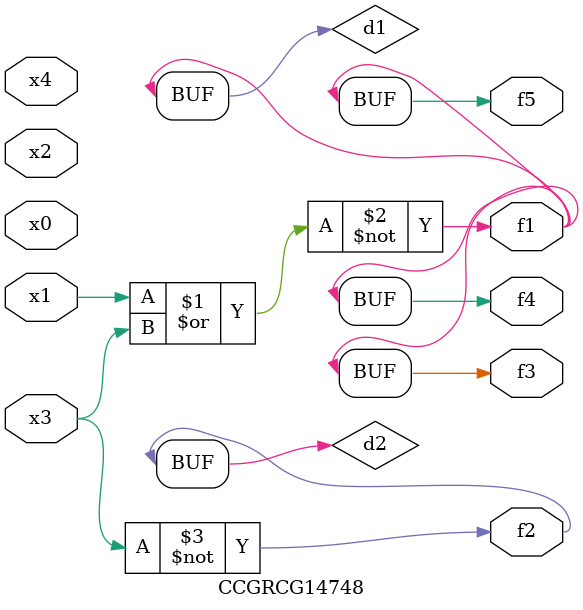
<source format=v>
module CCGRCG14748(
	input x0, x1, x2, x3, x4,
	output f1, f2, f3, f4, f5
);

	wire d1, d2;

	nor (d1, x1, x3);
	not (d2, x3);
	assign f1 = d1;
	assign f2 = d2;
	assign f3 = d1;
	assign f4 = d1;
	assign f5 = d1;
endmodule

</source>
